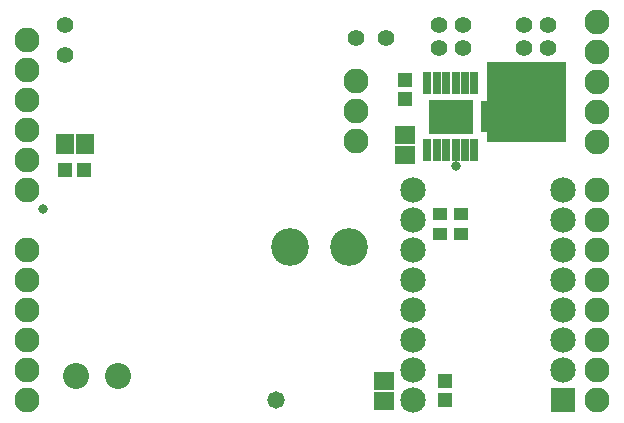
<source format=gbs>
G04*
G04 #@! TF.GenerationSoftware,Altium Limited,Altium Designer,18.1.7 (191)*
G04*
G04 Layer_Color=16711935*
%FSLAX25Y25*%
%MOIN*%
G70*
G01*
G75*
%ADD31C,0.12611*%
%ADD32C,0.05524*%
%ADD33C,0.08674*%
%ADD34C,0.08280*%
%ADD35R,0.08477X0.08477*%
%ADD36C,0.08477*%
%ADD37C,0.03162*%
%ADD38C,0.05800*%
%ADD57R,0.04737X0.04737*%
%ADD58R,0.06706X0.05918*%
%ADD59R,0.05918X0.06706*%
%ADD60R,0.04737X0.04737*%
%ADD61R,0.04737X0.04343*%
%ADD62R,0.14580X0.11824*%
%ADD63R,0.02965X0.07296*%
G36*
X249384Y193465D02*
X223031D01*
Y196850D01*
X221022D01*
Y207054D01*
X223228D01*
Y220363D01*
X249384D01*
Y193465D01*
D02*
G37*
D31*
X177165Y158661D02*
D03*
X157480D02*
D03*
D32*
X82284Y232677D02*
D03*
Y222677D02*
D03*
X207087Y232677D02*
D03*
X214961D02*
D03*
Y224803D02*
D03*
X207087D02*
D03*
X179527Y228346D02*
D03*
X189527D02*
D03*
X235433Y232677D02*
D03*
X243307D02*
D03*
Y224803D02*
D03*
X235433D02*
D03*
D33*
X86221Y115461D02*
D03*
X100000D02*
D03*
D34*
X259843Y127465D02*
D03*
Y137465D02*
D03*
Y147465D02*
D03*
Y157465D02*
D03*
Y167465D02*
D03*
Y177465D02*
D03*
Y193465D02*
D03*
Y203465D02*
D03*
Y213465D02*
D03*
Y223465D02*
D03*
Y233465D02*
D03*
Y117465D02*
D03*
Y107465D02*
D03*
X69843D02*
D03*
Y117465D02*
D03*
Y127465D02*
D03*
Y137465D02*
D03*
Y147465D02*
D03*
Y157465D02*
D03*
Y177465D02*
D03*
Y187465D02*
D03*
Y197465D02*
D03*
Y207465D02*
D03*
Y217465D02*
D03*
Y227465D02*
D03*
X179527Y193937D02*
D03*
Y203937D02*
D03*
Y213937D02*
D03*
D35*
X248425Y107465D02*
D03*
D36*
Y117465D02*
D03*
Y127465D02*
D03*
Y137465D02*
D03*
Y147465D02*
D03*
Y157465D02*
D03*
Y167465D02*
D03*
Y177465D02*
D03*
X198425Y107465D02*
D03*
Y117465D02*
D03*
Y127465D02*
D03*
Y137465D02*
D03*
Y147465D02*
D03*
Y157465D02*
D03*
Y167465D02*
D03*
Y177465D02*
D03*
D37*
X212598Y185630D02*
D03*
X75197Y171260D02*
D03*
D38*
X152756Y107480D02*
D03*
D57*
X209055Y107480D02*
D03*
Y113780D02*
D03*
X195669Y214173D02*
D03*
Y207874D02*
D03*
D58*
X188583Y107283D02*
D03*
Y113976D02*
D03*
X195669Y195866D02*
D03*
Y189173D02*
D03*
D59*
X89173Y192913D02*
D03*
X82480D02*
D03*
D60*
X82284Y184252D02*
D03*
X88583D02*
D03*
D61*
X207480Y169437D02*
D03*
Y162744D02*
D03*
X214567Y169437D02*
D03*
Y162744D02*
D03*
D62*
X211024Y201969D02*
D03*
D63*
X203150Y213090D02*
D03*
X206299D02*
D03*
X209449D02*
D03*
X212598D02*
D03*
X215748D02*
D03*
X218898D02*
D03*
X203150Y190847D02*
D03*
X206299D02*
D03*
X209449D02*
D03*
X212598D02*
D03*
X215748D02*
D03*
X218898D02*
D03*
M02*

</source>
